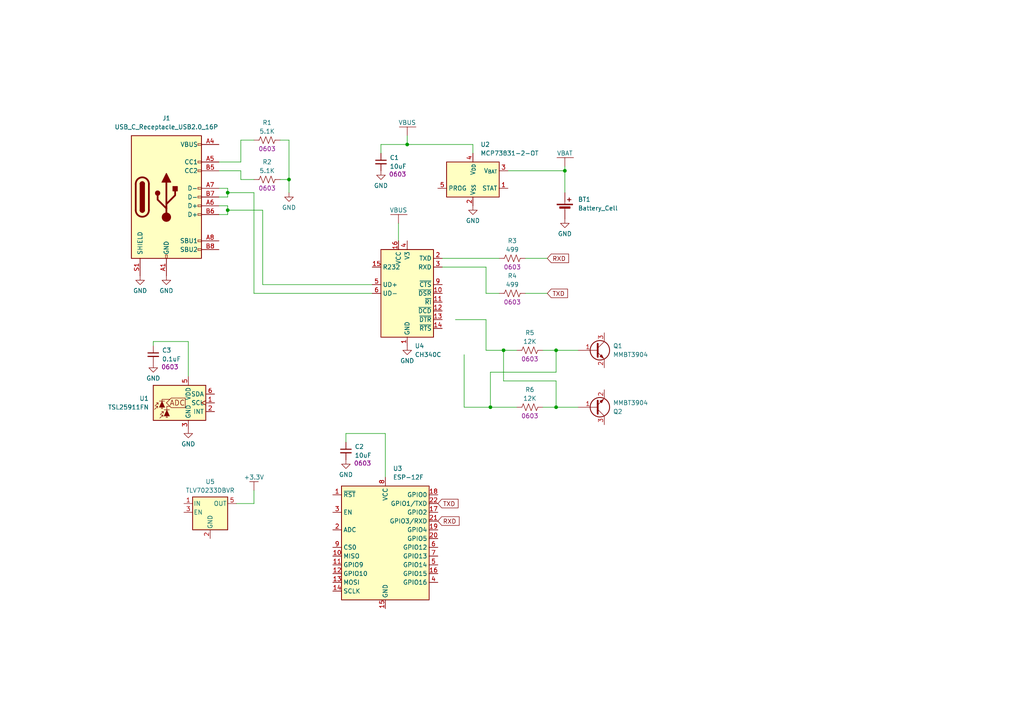
<source format=kicad_sch>
(kicad_sch (version 20231120) (generator "eeschema") (generator_version "8.0")
  (paper "A4")
  (lib_symbols
    (symbol "Battery_Management:MCP73831-2-OT"
      (property "Reference" "U" (at -7.62 6.35 0))
      (property "Value" "MCP73831-2-OT" (at 1.27 6.35 0))
      (symbol "MCP73831-2-OT_0_1"
        (rectangle (start -7.62 5.08) (end 7.62 -5.08) (stroke (width 0.254)) (fill (type background)))
      )
      (symbol "MCP73831-2-OT_1_1"
        (pin tri_state line (at 10.16 -2.54 180) (length 2.54) (name "STAT") (number "1"))
        (pin power_in line (at 0 -7.62 90) (length 2.54) (name "V_{SS}") (number "2"))
        (pin power_out line (at 10.16 2.54 180) (length 2.54) (name "V_{BAT}") (number "3"))
        (pin power_in line (at 0 7.62 270) (length 2.54) (name "V_{DD}") (number "4"))
        (pin input line (at -10.16 -2.54 0) (length 2.54) (name "PROG") (number "5"))
      )
    )
    (symbol "Connector:USB_C_Receptacle_USB2.0_16P" (pin_names (offset 1.016))
      (property "Reference" "J" (at 0 22.225 0))
      (property "Value" "USB_C_Receptacle_USB2.0_16P" (at 0 19.685 0))
      (symbol "USB_C_Receptacle_USB2.0_16P_0_0"
        (rectangle (start -0.254 -17.78) (end 0.254 -16.764))
        (rectangle (start 10.16 -14.986) (end 9.144 -15.494))
        (rectangle (start 10.16 -12.446) (end 9.144 -12.954))
        (rectangle (start 10.16 -4.826) (end 9.144 -5.334))
        (rectangle (start 10.16 -2.286) (end 9.144 -2.794))
        (rectangle (start 10.16 0.254) (end 9.144 -0.254))
        (rectangle (start 10.16 2.794) (end 9.144 2.286))
        (rectangle (start 10.16 7.874) (end 9.144 7.366))
        (rectangle (start 10.16 10.414) (end 9.144 9.906))
        (rectangle (start 10.16 15.494) (end 9.144 14.986))
      )
      (symbol "USB_C_Receptacle_USB2.0_16P_0_1"
        (rectangle (start -10.16 17.78) (end 10.16 -17.78) (stroke (width 0.254)) (fill (type background)))
        (arc (start -8.89 -3.81) (mid -6.985 -5.7067) (end -5.08 -3.81) (stroke (width 0.508)))
        (arc (start -7.62 -3.81) (mid -6.985 -4.4423) (end -6.35 -3.81) (stroke (width 0.254)))
        (arc (start -7.62 -3.81) (mid -6.985 -4.4423) (end -6.35 -3.81) (stroke (width 0.254)) (fill (type outline)))
        (rectangle (start -7.62 -3.81) (end -6.35 3.81) (stroke (width 0.254)) (fill (type outline)))
        (arc (start -6.35 3.81) (mid -6.985 4.4423) (end -7.62 3.81) (stroke (width 0.254)))
        (arc (start -6.35 3.81) (mid -6.985 4.4423) (end -7.62 3.81) (stroke (width 0.254)) (fill (type outline)))
        (arc (start -5.08 3.81) (mid -6.985 5.7067) (end -8.89 3.81) (stroke (width 0.508)))
        (circle (center -2.54 1.143) (radius 0.635) (stroke (width 0.254)) (fill (type outline)))
        (circle (center 0 -5.842) (radius 1.27) (fill (type outline)))
        (polyline (pts (xy -8.89 -3.81) (xy -8.89 3.81)) (stroke (width 0.508)))
        (polyline (pts (xy -5.08 3.81) (xy -5.08 -3.81)) (stroke (width 0.508)))
        (polyline (pts (xy 0 -5.842) (xy 0 4.318)) (stroke (width 0.508)))
        (polyline (pts (xy 0 -3.302) (xy -2.54 -0.762) (xy -2.54 0.508)) (stroke (width 0.508)))
        (polyline (pts (xy 0 -2.032) (xy 2.54 0.508) (xy 2.54 1.778)) (stroke (width 0.508)))
        (polyline (pts (xy -1.27 4.318) (xy 0 6.858) (xy 1.27 4.318) (xy -1.27 4.318)) (stroke (width 0.254)) (fill (type outline)))
        (rectangle (start 1.905 1.778) (end 3.175 3.048) (stroke (width 0.254)) (fill (type outline)))
      )
      (symbol "USB_C_Receptacle_USB2.0_16P_1_1"
        (pin passive line (at 0 -22.86 90) (length 5.08) (name "GND") (number "A1"))
        (pin passive line (at 0 -22.86 90) (length 5.08) hide (name "GND") (number "A12"))
        (pin passive line (at 15.24 15.24 180) (length 5.08) (name "VBUS") (number "A4"))
        (pin bidirectional line (at 15.24 10.16 180) (length 5.08) (name "CC1") (number "A5"))
        (pin bidirectional line (at 15.24 -2.54 180) (length 5.08) (name "D+") (number "A6"))
        (pin bidirectional line (at 15.24 2.54 180) (length 5.08) (name "D-") (number "A7"))
        (pin bidirectional line (at 15.24 -12.7 180) (length 5.08) (name "SBU1") (number "A8"))
        (pin passive line (at 15.24 15.24 180) (length 5.08) hide (name "VBUS") (number "A9"))
        (pin passive line (at 0 -22.86 90) (length 5.08) hide (name "GND") (number "B1"))
        (pin passive line (at 0 -22.86 90) (length 5.08) hide (name "GND") (number "B12"))
        (pin passive line (at 15.24 15.24 180) (length 5.08) hide (name "VBUS") (number "B4"))
        (pin bidirectional line (at 15.24 7.62 180) (length 5.08) (name "CC2") (number "B5"))
        (pin bidirectional line (at 15.24 -5.08 180) (length 5.08) (name "D+") (number "B6"))
        (pin bidirectional line (at 15.24 0 180) (length 5.08) (name "D-") (number "B7"))
        (pin bidirectional line (at 15.24 -15.24 180) (length 5.08) (name "SBU2") (number "B8"))
        (pin passive line (at 15.24 15.24 180) (length 5.08) hide (name "VBUS") (number "B9"))
        (pin passive line (at -7.62 -22.86 90) (length 5.08) (name "SHIELD") (number "S1"))
      )
    )
    (symbol "Device:Battery_Cell" (pin_numbers hide) (pin_names (offset 0) hide)
      (property "Reference" "BT" (at 2.54 2.54 0))
      (property "Value" "Battery_Cell" (at 2.54 0 0))
      (symbol "Battery_Cell_0_1"
        (rectangle (start -2.286 1.778) (end 2.286 1.524) (fill (type outline)))
        (rectangle (start -1.524 1.016) (end 1.524 0.508) (fill (type outline)))
        (polyline (pts (xy 0 0.762) (xy 0 0)))
        (polyline (pts (xy 0 1.778) (xy 0 2.54)))
        (polyline (pts (xy 0.762 3.048) (xy 1.778 3.048)) (stroke (width 0.254)))
        (polyline (pts (xy 1.27 3.556) (xy 1.27 2.54)) (stroke (width 0.254)))
      )
      (symbol "Battery_Cell_1_1"
        (pin passive line (at 0 5.08 270) (length 2.54) (name "+") (number "1"))
        (pin passive line (at 0 -2.54 90) (length 2.54) (name "-") (number "2"))
      )
    )
    (symbol "Device:C_Small" (pin_numbers hide) (pin_names (offset 0.254) hide)
      (property "Reference" "C" (at 0.254 1.778 0))
      (property "Value" "C_Small" (at 0.254 -2.032 0))
      (symbol "C_Small_0_1"
        (polyline (pts (xy -1.524 -0.508) (xy 1.524 -0.508)) (stroke (width 0.3302)))
        (polyline (pts (xy -1.524 0.508) (xy 1.524 0.508)) (stroke (width 0.3048)))
      )
      (symbol "C_Small_1_1"
        (pin passive line (at 0 2.54 270) (length 2.032) (name "~") (number "1"))
        (pin passive line (at 0 -2.54 90) (length 2.032) (name "~") (number "2"))
      )
    )
    (symbol "Device:R_US" (pin_numbers hide) (pin_names (offset 0))
      (property "Reference" "R" (at 2.54 0 90))
      (property "Value" "R_US" (at -2.54 0 90))
      (symbol "R_US_0_1"
        (polyline (pts (xy 0 -2.286) (xy 0 -2.54)))
        (polyline (pts (xy 0 2.286) (xy 0 2.54)))
        (polyline (pts (xy 0 -0.762) (xy 1.016 -1.143) (xy 0 -1.524) (xy -1.016 -1.905) (xy 0 -2.286)))
        (polyline (pts (xy 0 0.762) (xy 1.016 0.381) (xy 0 0) (xy -1.016 -0.381) (xy 0 -0.762)))
        (polyline (pts (xy 0 2.286) (xy 1.016 1.905) (xy 0 1.524) (xy -1.016 1.143) (xy 0 0.762)))
      )
      (symbol "R_US_1_1"
        (pin passive line (at 0 3.81 270) (length 1.27) (name "~") (number "1"))
        (pin passive line (at 0 -3.81 90) (length 1.27) (name "~") (number "2"))
      )
    )
    (symbol "Interface_USB:CH340C"
      (property "Reference" "U" (at -5.08 13.97 0))
      (property "Value" "CH340C" (at 1.27 13.97 0))
      (symbol "CH340C_0_1"
        (rectangle (start -7.62 12.7) (end 7.62 -12.7) (stroke (width 0.254)) (fill (type background)))
      )
      (symbol "CH340C_1_1"
        (pin power_in line (at 0 -15.24 90) (length 2.54) (name "GND") (number "1"))
        (pin input line (at 10.16 0 180) (length 2.54) (name "~{DSR}") (number "10"))
        (pin input line (at 10.16 -2.54 180) (length 2.54) (name "~{RI}") (number "11"))
        (pin input line (at 10.16 -5.08 180) (length 2.54) (name "~{DCD}") (number "12"))
        (pin output line (at 10.16 -7.62 180) (length 2.54) (name "~{DTR}") (number "13"))
        (pin output line (at 10.16 -10.16 180) (length 2.54) (name "~{RTS}") (number "14"))
        (pin input line (at -10.16 7.62 0) (length 2.54) (name "R232") (number "15"))
        (pin power_in line (at -2.54 15.24 270) (length 2.54) (name "VCC") (number "16"))
        (pin output line (at 10.16 10.16 180) (length 2.54) (name "TXD") (number "2"))
        (pin input line (at 10.16 7.62 180) (length 2.54) (name "RXD") (number "3"))
        (pin power_out line (at 0 15.24 270) (length 2.54) (name "V3") (number "4"))
        (pin bidirectional line (at -10.16 2.54 0) (length 2.54) (name "UD+") (number "5"))
        (pin bidirectional line (at -10.16 0 0) (length 2.54) (name "UD-") (number "6"))
        (pin no_connect line (at -7.62 -5.08 0) (length 2.54) hide (name "NC") (number "7"))
        (pin no_connect line (at -7.62 -7.62 0) (length 2.54) hide (name "NC") (number "8"))
        (pin input line (at 10.16 2.54 180) (length 2.54) (name "~{CTS}") (number "9"))
      )
    )
    (symbol "RF_Module:ESP-12F"
      (property "Reference" "U" (at -12.7 19.05 0))
      (property "Value" "ESP-12F" (at 12.7 19.05 0))
      (symbol "ESP-12F_0_1"
        (rectangle (start -12.7 17.78) (end 12.7 -15.24) (stroke (width 0.254)) (fill (type background)))
      )
      (symbol "ESP-12F_1_1"
        (pin input line (at -15.24 15.24 0) (length 2.54) (name "~{RST}") (number "1"))
        (pin bidirectional line (at -15.24 -2.54 0) (length 2.54) (name "MISO") (number "10"))
        (pin bidirectional line (at -15.24 -5.08 0) (length 2.54) (name "GPIO9") (number "11"))
        (pin bidirectional line (at -15.24 -7.62 0) (length 2.54) (name "GPIO10") (number "12"))
        (pin bidirectional line (at -15.24 -10.16 0) (length 2.54) (name "MOSI") (number "13"))
        (pin bidirectional line (at -15.24 -12.7 0) (length 2.54) (name "SCLK") (number "14"))
        (pin power_in line (at 0 -17.78 90) (length 2.54) (name "GND") (number "15"))
        (pin bidirectional line (at 15.24 -7.62 180) (length 2.54) (name "GPIO15") (number "16"))
        (pin bidirectional line (at 15.24 10.16 180) (length 2.54) (name "GPIO2") (number "17"))
        (pin bidirectional line (at 15.24 15.24 180) (length 2.54) (name "GPIO0") (number "18"))
        (pin bidirectional line (at 15.24 5.08 180) (length 2.54) (name "GPIO4") (number "19"))
        (pin input line (at -15.24 5.08 0) (length 2.54) (name "ADC") (number "2"))
        (pin bidirectional line (at 15.24 2.54 180) (length 2.54) (name "GPIO5") (number "20"))
        (pin bidirectional line (at 15.24 7.62 180) (length 2.54) (name "GPIO3/RXD") (number "21"))
        (pin bidirectional line (at 15.24 12.7 180) (length 2.54) (name "GPIO1/TXD") (number "22"))
        (pin input line (at -15.24 10.16 0) (length 2.54) (name "EN") (number "3"))
        (pin bidirectional line (at 15.24 -10.16 180) (length 2.54) (name "GPIO16") (number "4"))
        (pin bidirectional line (at 15.24 -5.08 180) (length 2.54) (name "GPIO14") (number "5"))
        (pin bidirectional line (at 15.24 0 180) (length 2.54) (name "GPIO12") (number "6"))
        (pin bidirectional line (at 15.24 -2.54 180) (length 2.54) (name "GPIO13") (number "7"))
        (pin power_in line (at 0 20.32 270) (length 2.54) (name "VCC") (number "8"))
        (pin input line (at -15.24 0 0) (length 2.54) (name "CS0") (number "9"))
      )
    )
    (symbol "Regulator_Linear:TLV70233_SOT23-5" (pin_names (offset 0.254))
      (property "Reference" "U" (at -3.81 5.715 0))
      (property "Value" "TLV70233_SOT23-5" (at 0 5.715 0))
      (symbol "TLV70233_SOT23-5_0_1"
        (rectangle (start -5.08 4.445) (end 5.08 -5.08) (stroke (width 0.254)) (fill (type background)))
      )
      (symbol "TLV70233_SOT23-5_1_1"
        (pin power_in line (at -7.62 2.54 0) (length 2.54) (name "IN") (number "1"))
        (pin power_in line (at 0 -7.62 90) (length 2.54) (name "GND") (number "2"))
        (pin input line (at -7.62 0 0) (length 2.54) (name "EN") (number "3"))
        (pin no_connect line (at 5.08 0 180) (length 2.54) hide (name "NC") (number "4"))
        (pin power_out line (at 7.62 2.54 180) (length 2.54) (name "OUT") (number "5"))
      )
    )
    (symbol "Sensor_Optical:TSL25911FN"
      (property "Reference" "U" (at -7.62 6.35 0))
      (property "Value" "TSL25911FN" (at 0 -6.35 0))
      (symbol "TSL25911FN_0_0"
        (text "ADC" (at -0.635 0 0) (effects (font (size 1.524 1.524))))
      )
      (symbol "TSL25911FN_0_1"
        (polyline (pts (xy -6.35 -1.016) (xy -7.239 -1.905)))
        (polyline (pts (xy -6.35 -1.016) (xy -6.858 -1.016)))
        (polyline (pts (xy -6.35 -1.016) (xy -6.35 -1.524)))
        (polyline (pts (xy -6.223 0) (xy -7.112 -0.889)))
        (polyline (pts (xy -6.223 0) (xy -6.731 0)))
        (polyline (pts (xy -6.223 0) (xy -6.223 -0.508)))
        (polyline (pts (xy -4.826 -3.556) (xy -5.715 -4.445)))
        (polyline (pts (xy -4.826 -3.556) (xy -5.334 -3.556)))
        (polyline (pts (xy -4.826 -3.556) (xy -4.826 -4.064)))
        (polyline (pts (xy -4.699 -2.54) (xy -5.588 -3.429)))
        (polyline (pts (xy -4.699 -2.54) (xy -5.207 -2.54)))
        (polyline (pts (xy -4.699 -2.54) (xy -4.699 -3.048)))
        (polyline (pts (xy -4.318 0.508) (xy -5.842 0.508)))
        (polyline (pts (xy -2.921 -2.032) (xy -4.445 -2.032)))
        (polyline (pts (xy -4.318 -1.27) (xy -5.842 -1.27) (xy -5.08 0.381) (xy -4.318 -1.27)) (fill (type outline)))
        (polyline (pts (xy -2.921 -3.81) (xy -4.445 -3.81) (xy -3.683 -2.159) (xy -2.921 -3.81)) (fill (type outline)))
      )
      (symbol "TSL25911FN_1_0"
        (polyline (pts (xy -3.81 0) (xy -2.413 -1.397) (xy 1.651 -1.397) (xy 1.651 0)))
        (polyline (pts (xy -3.81 0) (xy -2.413 1.397) (xy 1.651 1.397) (xy 1.651 0)))
      )
      (symbol "TSL25911FN_1_1"
        (rectangle (start -7.62 5.08) (end 7.62 -5.08) (stroke (width 0.254)) (fill (type background)))
        (polyline (pts (xy -4.826 -1.651) (xy -5.334 -1.651)))
        (polyline (pts (xy -3.429 -4.191) (xy -3.937 -4.191)))
        (polyline (pts (xy -5.08 -1.524) (xy -5.08 1.016) (xy -2.794 1.016)))
        (polyline (pts (xy -3.683 -4.064) (xy -3.683 -1.016) (xy -2.794 -1.016)))
        (pin input clock (at 10.16 0 180) (length 2.54) (name "SCL") (number "1"))
        (pin open_collector line (at 10.16 -2.54 180) (length 2.54) (name "INT") (number "2"))
        (pin power_in line (at 2.54 -7.62 90) (length 2.54) (name "GND") (number "3"))
        (pin no_connect line (at -7.62 2.54 0) (length 2.54) hide (name "NC") (number "4"))
        (pin power_in line (at 2.54 7.62 270) (length 2.54) (name "VDD") (number "5"))
        (pin bidirectional line (at 10.16 2.54 180) (length 2.54) (name "SDA") (number "6"))
      )
    )
    (symbol "Transistor_BJT:MMBT3904" (pin_names (offset 0) hide)
      (property "Reference" "Q" (at 5.08 1.905 0))
      (property "Value" "MMBT3904" (at 5.08 0 0))
      (symbol "MMBT3904_0_1"
        (polyline (pts (xy 0.635 0.635) (xy 2.54 2.54)))
        (polyline (pts (xy 0.635 -0.635) (xy 2.54 -2.54) (xy 2.54 -2.54)))
        (polyline (pts (xy 0.635 1.905) (xy 0.635 -1.905) (xy 0.635 -1.905)) (stroke (width 0.508)))
        (polyline (pts (xy 1.27 -1.778) (xy 1.778 -1.27) (xy 2.286 -2.286) (xy 1.27 -1.778) (xy 1.27 -1.778)) (fill (type outline)))
        (circle (center 1.27 0) (radius 2.8194) (stroke (width 0.254)))
      )
      (symbol "MMBT3904_1_1"
        (pin input line (at -5.08 0 0) (length 5.715) (name "B") (number "1"))
        (pin passive line (at 2.54 -5.08 90) (length 2.54) (name "E") (number "2"))
        (pin passive line (at 2.54 5.08 270) (length 2.54) (name "C") (number "3"))
      )
    )
    (symbol "jannett_symbols:+3.3V" (power) (pin_names (offset 0))
      (property "Value" "+3.3V" (at 0 3.81 0))
      (symbol "+3.3V_0_1"
        (polyline (pts (xy -1.27 2.54) (xy 1.27 2.54)))
        (polyline (pts (xy 0 0) (xy 0 2.54)))
      )
      (symbol "+3.3V_1_1"
        (pin power_in line (at 0 0 90) (length 0) hide (name "+3.3V") (number "1"))
      )
    )
    (symbol "jannett_symbols:VBAT" (power) (pin_names (offset 0))
      (property "Value" "VBAT" (at 0 3.81 0))
      (symbol "VBAT_0_1"
        (polyline (pts (xy -2.286 2.54) (xy 2.54 2.54)))
        (polyline (pts (xy 0 0) (xy 0 2.54)))
      )
      (symbol "VBAT_1_1"
        (pin power_in line (at 0 0 90) (length 0) hide (name "VBAT") (number "1"))
      )
    )
    (symbol "jannett_symbols:VBUS" (power) (pin_names (offset 0))
      (property "Value" "VBUS" (at 0 3.81 0))
      (symbol "VBUS_0_1"
        (polyline (pts (xy -2.286 2.54) (xy 2.54 2.54)))
        (polyline (pts (xy 0 0) (xy 0 2.54)))
      )
      (symbol "VBUS_1_1"
        (pin power_in line (at 0 0 90) (length 0) hide (name "VBUS") (number "1"))
      )
    )
    (symbol "power:GND" (power) (pin_names (offset 0))
      (property "Value" "GND" (at 0 -3.81 0))
      (symbol "GND_0_1"
        (polyline (pts (xy 0 0) (xy 0 -1.27) (xy 1.27 -1.27) (xy 0 -2.54) (xy -1.27 -1.27) (xy 0 -1.27)))
      )
      (symbol "GND_1_1"
        (pin power_in line (at 0 0 270) (length 0) hide (name "GND") (number "1"))
      )
    )
  )
  (junction (at 118.11 41.91))
  (junction (at 66.04 60.96))
  (junction (at 83.82 52.07))
  (junction (at 66.04 55.88))
  (junction (at 161.29 118.11))
  (junction (at 161.29 101.6))
  (junction (at 146.05 101.6))
  (junction (at 163.83 49.53))
  (junction (at 142.24 118.11))
  (wire (pts (xy 152.4 74.93) (xy 158.75 74.93)))
  (wire (pts (xy 142.24 107.95) (xy 161.29 107.95)))
  (wire (pts (xy 73.66 146.05) (xy 73.66 142.24)))
  (wire (pts (xy 63.5 62.23) (xy 66.04 62.23)))
  (wire (pts (xy 69.85 40.64) (xy 73.66 40.64)))
  (wire (pts (xy 161.29 110.49) (xy 146.05 110.49)))
  (wire (pts (xy 66.04 55.88) (xy 66.04 57.15)))
  (wire (pts (xy 66.04 60.96) (xy 66.04 62.23)))
  (wire (pts (xy 161.29 118.11) (xy 161.29 110.49)))
  (wire (pts (xy 146.05 101.6) (xy 149.86 101.6)))
  (wire (pts (xy 83.82 52.07) (xy 83.82 55.88)))
  (wire (pts (xy 110.49 41.91) (xy 110.49 44.45)))
  (wire (pts (xy 100.33 128.27) (xy 100.33 125.73)))
  (wire (pts (xy 142.24 118.11) (xy 134.62 118.11)))
  (wire (pts (xy 76.2 60.96) (xy 66.04 60.96)))
  (wire (pts (xy 107.95 82.55) (xy 76.2 82.55)))
  (wire (pts (xy 83.82 40.64) (xy 83.82 52.07)))
  (wire (pts (xy 140.97 85.09) (xy 144.78 85.09)))
  (wire (pts (xy 147.32 49.53) (xy 163.83 49.53)))
  (wire (pts (xy 118.11 39.37) (xy 118.11 41.91)))
  (wire (pts (xy 111.76 125.73) (xy 111.76 138.43)))
  (wire (pts (xy 44.45 100.33) (xy 44.45 99.06)))
  (wire (pts (xy 140.97 101.6) (xy 140.97 92.71)))
  (wire (pts (xy 68.58 146.05) (xy 73.66 146.05)))
  (wire (pts (xy 132.08 92.71) (xy 140.97 92.71)))
  (wire (pts (xy 110.49 41.91) (xy 118.11 41.91)))
  (wire (pts (xy 146.05 110.49) (xy 146.05 101.6)))
  (wire (pts (xy 63.5 49.53) (xy 69.85 49.53)))
  (wire (pts (xy 163.83 49.53) (xy 163.83 48.26)))
  (wire (pts (xy 83.82 52.07) (xy 81.28 52.07)))
  (wire (pts (xy 66.04 55.88) (xy 73.66 55.88)))
  (wire (pts (xy 163.83 49.53) (xy 163.83 55.88)))
  (wire (pts (xy 100.33 125.73) (xy 111.76 125.73)))
  (wire (pts (xy 73.66 85.09) (xy 107.95 85.09)))
  (wire (pts (xy 142.24 107.95) (xy 142.24 118.11)))
  (wire (pts (xy 118.11 41.91) (xy 137.16 41.91)))
  (wire (pts (xy 142.24 118.11) (xy 149.86 118.11)))
  (wire (pts (xy 69.85 46.99) (xy 69.85 40.64)))
  (wire (pts (xy 134.62 102.87) (xy 134.62 118.11)))
  (wire (pts (xy 66.04 54.61) (xy 66.04 55.88)))
  (wire (pts (xy 69.85 49.53) (xy 69.85 52.07)))
  (wire (pts (xy 137.16 41.91) (xy 137.16 44.45)))
  (wire (pts (xy 63.5 54.61) (xy 66.04 54.61)))
  (wire (pts (xy 76.2 82.55) (xy 76.2 60.96)))
  (wire (pts (xy 152.4 85.09) (xy 158.75 85.09)))
  (wire (pts (xy 128.27 77.47) (xy 140.97 77.47)))
  (wire (pts (xy 115.57 64.77) (xy 115.57 69.85)))
  (wire (pts (xy 161.29 101.6) (xy 167.64 101.6)))
  (wire (pts (xy 161.29 118.11) (xy 167.64 118.11)))
  (wire (pts (xy 157.48 118.11) (xy 161.29 118.11)))
  (wire (pts (xy 73.66 55.88) (xy 73.66 85.09)))
  (wire (pts (xy 140.97 77.47) (xy 140.97 85.09)))
  (wire (pts (xy 128.27 74.93) (xy 144.78 74.93)))
  (wire (pts (xy 69.85 52.07) (xy 73.66 52.07)))
  (wire (pts (xy 63.5 46.99) (xy 69.85 46.99)))
  (wire (pts (xy 54.61 99.06) (xy 54.61 109.22)))
  (wire (pts (xy 66.04 59.69) (xy 66.04 60.96)))
  (wire (pts (xy 157.48 101.6) (xy 161.29 101.6)))
  (wire (pts (xy 44.45 99.06) (xy 54.61 99.06)))
  (wire (pts (xy 161.29 101.6) (xy 161.29 107.95)))
  (wire (pts (xy 81.28 40.64) (xy 83.82 40.64)))
  (wire (pts (xy 140.97 101.6) (xy 146.05 101.6)))
  (wire (pts (xy 63.5 59.69) (xy 66.04 59.69)))
  (wire (pts (xy 66.04 57.15) (xy 63.5 57.15)))
  (global_label "TXD" (shape input) (at 158.75 85.09 0) (property "Intersheetrefs" "${INTERSHEET_REFS}" (effects (hide yes))))
  (global_label "TXD" (shape input) (at 127 146.05 0) (property "Intersheetrefs" "${INTERSHEET_REFS}" (effects (hide yes))))
  (global_label "RXD" (shape input) (at 127 151.13 0) (property "Intersheetrefs" "${INTERSHEET_REFS}" (effects (hide yes))))
  (global_label "RXD" (shape input) (at 158.75 74.93 0) (property "Intersheetrefs" "${INTERSHEET_REFS}" (effects (hide yes))))
  (symbol (lib_id "Device:C_Small") (at 100.33 130.81 0) (unit 1)
    (property "Reference" "C2" (at 102.87 129.5463 0) (effects (justify left)))
    (property "Value" "10uF" (at 102.87 132.0863 0) (effects (justify left)))
    (property "Footprint" "Capacitor_SMD:C_0603_1608Metric" (effects (hide yes)))
    (property "Package" "0603" (at 105.156 134.366 0))
  )
  (symbol (lib_id "Device:C_Small") (at 110.49 46.99 0) (unit 1)
    (property "Reference" "C1" (at 113.03 45.7263 0) (effects (justify left)))
    (property "Value" "10uF" (at 113.03 48.2663 0) (effects (justify left)))
    (property "Footprint" "Capacitor_SMD:C_0603_1608Metric" (effects (hide yes)))
    (property "Package" "0603" (at 115.316 50.546 0))
  )
  (symbol (lib_id "Connector:USB_C_Receptacle_USB2.0_16P") (at 48.26 57.15 0) (unit 1)
    (property "Reference" "J1" (at 48.26 34.29 0))
    (property "Value" "USB_C_Receptacle_USB2.0_16P" (at 48.26 36.83 0))
    (property "Footprint" "Connector_USB:USB_C_Receptacle_GCT_USB4110" (effects (hide yes)))
    (property "Datasheet" "https://www.usb.org/sites/default/files/documents/usb_type-c.zip" (effects (hide yes)))
    (property "Description" "USB 2.0-only 16P Type-C Receptacle connector" (effects (hide yes)))
  )
  (symbol (lib_id "power:GND") (at 100.33 133.35 0) (unit 1)
    (property "Reference" "#PWR012" (effects (hide yes)))
    (property "Value" "GND" (at 100.33 137.668 0))
  )
  (symbol (lib_id "power:GND") (at 44.45 105.41 0) (unit 1)
    (property "Reference" "#PWR013" (effects (hide yes)))
    (property "Value" "GND" (at 44.45 109.728 0))
  )
  (symbol (lib_id "jannett_symbols:VBUS") (at 118.11 39.37 0) (unit 1)
    (property "Reference" "#PWR05" (effects (hide yes)))
    (property "Value" "VBUS" (at 118.11 35.56 0))
    (property "Description" "Power symbol creates a global label with name \"VBUS\"" (effects (hide yes)))
  )
  (symbol (lib_id "power:GND") (at 40.64 80.01 0) (unit 1)
    (property "Reference" "#PWR02" (effects (hide yes)))
    (property "Value" "GND" (at 40.64 84.328 0))
  )
  (symbol (lib_id "power:GND") (at 54.61 124.46 0) (unit 1)
    (property "Reference" "#PWR014" (effects (hide yes)))
    (property "Value" "GND" (at 54.61 128.778 0))
  )
  (symbol (lib_id "Device:R_US") (at 148.59 74.93 90) (unit 1)
    (property "Reference" "R3" (at 148.59 69.85 90))
    (property "Value" "499" (at 148.59 72.39 90))
    (property "Footprint" "Resistor_SMD:R_0603_1608Metric" (effects (hide yes)))
    (property "Package" "0603" (at 148.59 77.47 90))
  )
  (symbol (lib_id "RF_Module:ESP-12F") (at 111.76 158.75 0) (unit 1)
    (property "Reference" "U3" (at 113.9541 135.89 0) (effects (justify left)))
    (property "Value" "ESP-12F" (at 113.9541 138.43 0) (effects (justify left)))
    (property "Footprint" "RF_Module:ESP-12E" (effects (hide yes)))
    (property "Datasheet" "http://wiki.ai-thinker.com/_media/esp8266/esp8266_series_modules_user_manual_v1.1.pdf" (effects (hide yes)))
    (property "Description" "802.11 b/g/n Wi-Fi Module" (effects (hide yes)))
  )
  (symbol (lib_id "jannett_symbols:VBUS") (at 115.57 64.77 0) (unit 1)
    (property "Reference" "#PWR010" (effects (hide yes)))
    (property "Value" "VBUS" (at 115.57 60.96 0))
    (property "Description" "Power symbol creates a global label with name \"VBUS\"" (effects (hide yes)))
  )
  (symbol (lib_id "Device:R_US") (at 77.47 52.07 90) (unit 1)
    (property "Reference" "R2" (at 77.47 46.99 90))
    (property "Value" "5.1K" (at 77.47 49.53 90))
    (property "Footprint" "Resistor_SMD:R_0603_1608Metric" (effects (hide yes)))
    (property "Package" "0603" (at 77.47 54.61 90))
  )
  (symbol (lib_id "power:GND") (at 118.11 100.33 0) (unit 1)
    (property "Reference" "#PWR011" (effects (hide yes)))
    (property "Value" "GND" (at 118.11 104.648 0))
  )
  (symbol (lib_id "Sensor_Optical:TSL25911FN") (at 52.07 116.84 0) (unit 1)
    (property "Reference" "U1" (at 43.18 115.5699 0) (effects (justify right)))
    (property "Value" "TSL25911FN" (at 43.18 118.1099 0) (effects (justify right)))
    (property "Footprint" "OptoDevice:AMS_TSL25911FN" (effects (hide yes)))
    (property "Datasheet" "https://ams.com/documents/20143/9331680/TSL2591_DS000338_7-00.pdf" (effects (hide yes)))
    (property "Description" "Light to digital converter, 2.7 to 3.6V Vdd, DFN-6" (effects (hide yes)))
  )
  (symbol (lib_id "jannett_symbols:+3.3V") (at 73.66 142.24 0) (unit 1)
    (property "Reference" "#PWR07" (effects (hide yes)))
    (property "Value" "+3.3V" (at 73.66 138.43 0))
    (property "Description" "Power symbol creates a global label with name \"+3.3V\"" (effects (hide yes)))
  )
  (symbol (lib_id "Battery_Management:MCP73831-2-OT") (at 137.16 52.07 0) (unit 1)
    (property "Reference" "U2" (at 139.3541 41.91 0) (effects (justify left)))
    (property "Value" "MCP73831-2-OT" (at 139.3541 44.45 0) (effects (justify left)))
    (property "Footprint" "Package_TO_SOT_SMD:SOT-23-5" (effects (hide yes)))
    (property "Datasheet" "http://ww1.microchip.com/downloads/en/DeviceDoc/20001984g.pdf" (effects (hide yes)))
    (property "Description" "Single cell, Li-Ion/Li-Po charge management controller, 4.20V, Tri-State Status Output, in SOT23-5 package" (effects (hide yes)))
  )
  (symbol (lib_id "Device:C_Small") (at 44.45 102.87 0) (unit 1)
    (property "Reference" "C3" (at 46.99 101.6063 0) (effects (justify left)))
    (property "Value" "0.1uF" (at 46.99 104.1463 0) (effects (justify left)))
    (property "Footprint" "Capacitor_SMD:C_0603_1608Metric" (effects (hide yes)))
    (property "Package" "0603" (at 49.276 106.426 0))
  )
  (symbol (lib_id "Device:R_US") (at 148.59 85.09 90) (unit 1)
    (property "Reference" "R4" (at 148.59 80.01 90))
    (property "Value" "499" (at 148.59 82.55 90))
    (property "Footprint" "Resistor_SMD:R_0603_1608Metric" (effects (hide yes)))
    (property "Package" "0603" (at 148.59 87.63 90))
  )
  (symbol (lib_id "jannett_symbols:VBAT") (at 163.83 48.26 0) (unit 1)
    (property "Reference" "#PWR08" (effects (hide yes)))
    (property "Value" "VBAT" (at 163.83 44.45 0))
    (property "Description" "Power symbol creates a global label with name \"VBAT\"" (effects (hide yes)))
  )
  (symbol (lib_id "power:GND") (at 163.83 63.5 0) (unit 1)
    (property "Reference" "#PWR09" (effects (hide yes)))
    (property "Value" "GND" (at 163.83 67.818 0))
  )
  (symbol (lib_id "power:GND") (at 83.82 55.88 0) (unit 1)
    (property "Reference" "#PWR01" (effects (hide yes)))
    (property "Value" "GND" (at 83.82 60.198 0))
  )
  (symbol (lib_id "Interface_USB:CH340C") (at 118.11 85.09 0) (unit 1)
    (property "Reference" "U4" (at 120.3041 100.33 0) (effects (justify left)))
    (property "Value" "CH340C" (at 120.3041 102.87 0) (effects (justify left)))
    (property "Footprint" "Package_SO:SOIC-16_3.9x9.9mm_P1.27mm" (effects (hide yes)))
    (property "Datasheet" "https://datasheet.lcsc.com/szlcsc/Jiangsu-Qin-Heng-CH340C_C84681.pdf" (effects (hide yes)))
    (property "Description" "USB serial converter, crystal-less, UART, SOIC-16" (effects (hide yes)))
  )
  (symbol (lib_id "Device:R_US") (at 153.67 101.6 90) (unit 1)
    (property "Reference" "R5" (at 153.67 96.52 90))
    (property "Value" "12K" (at 153.67 99.06 90))
    (property "Footprint" "Resistor_SMD:R_0603_1608Metric" (effects (hide yes)))
    (property "Package" "0603" (at 153.67 104.14 90))
  )
  (symbol (lib_id "Transistor_BJT:MMBT3904") (at 172.72 101.6 0) (unit 1)
    (property "Reference" "Q1" (at 177.8 100.3299 0) (effects (justify left)))
    (property "Value" "MMBT3904" (at 177.8 102.8699 0) (effects (justify left)))
    (property "Footprint" "Package_TO_SOT_SMD:SOT-23" (effects (hide yes)))
    (property "Datasheet" "https://www.onsemi.com/pdf/datasheet/pzt3904-d.pdf" (effects (hide yes)))
    (property "Description" "0.2A Ic, 40V Vce, Small Signal NPN Transistor, SOT-23" (effects (hide yes)))
  )
  (symbol (lib_id "power:GND") (at 110.49 49.53 0) (unit 1)
    (property "Reference" "#PWR04" (effects (hide yes)))
    (property "Value" "GND" (at 110.49 53.848 0))
  )
  (symbol (lib_id "Device:Battery_Cell") (at 163.83 60.96 0) (unit 1)
    (property "Reference" "BT1" (at 167.64 57.8484 0) (effects (justify left)))
    (property "Value" "Battery_Cell" (at 167.64 60.3884 0) (effects (justify left)))
    (property "Description" "Single-cell battery" (effects (hide yes)))
  )
  (symbol (lib_id "Transistor_BJT:MMBT3904") (at 172.72 118.11 0) (mirror x) (unit 1)
    (property "Reference" "Q2" (at 177.8 119.3801 0) (effects (justify left)))
    (property "Value" "MMBT3904" (at 177.8 116.8401 0) (effects (justify left)))
    (property "Footprint" "Package_TO_SOT_SMD:SOT-23" (effects (hide yes)))
    (property "Datasheet" "https://www.onsemi.com/pdf/datasheet/pzt3904-d.pdf" (effects (hide yes)))
    (property "Description" "0.2A Ic, 40V Vce, Small Signal NPN Transistor, SOT-23" (effects (hide yes)))
  )
  (symbol (lib_id "Device:R_US") (at 77.47 40.64 90) (unit 1)
    (property "Reference" "R1" (at 77.47 35.56 90))
    (property "Value" "5.1K" (at 77.47 38.1 90))
    (property "Footprint" "Resistor_SMD:R_0603_1608Metric" (effects (hide yes)))
    (property "Package" "0603" (at 77.47 43.18 90))
  )
  (symbol (lib_id "power:GND") (at 137.16 59.69 0) (unit 1)
    (property "Reference" "#PWR06" (effects (hide yes)))
    (property "Value" "GND" (at 137.16 64.008 0))
  )
  (symbol (lib_id "Device:R_US") (at 153.67 118.11 90) (unit 1)
    (property "Reference" "R6" (at 153.67 113.03 90))
    (property "Value" "12K" (at 153.67 115.57 90))
    (property "Footprint" "Resistor_SMD:R_0603_1608Metric" (effects (hide yes)))
    (property "Package" "0603" (at 153.67 120.65 90))
  )
  (symbol (lib_id "Regulator_Linear:TLV70233_SOT23-5") (at 60.96 148.59 0) (unit 1)
    (property "Reference" "U5" (at 60.96 139.7 0))
    (property "Value" "TLV70233DBVR" (at 60.96 142.24 0))
    (property "Footprint" "Package_TO_SOT_SMD:SOT-23-5" (effects (hide yes)))
    (property "Datasheet" "http://www.ti.com/lit/ds/symlink/tlv702.pdf" (effects (hide yes)))
  )
  (symbol (lib_id "power:GND") (at 48.26 80.01 0) (unit 1)
    (property "Reference" "#PWR03" (effects (hide yes)))
    (property "Value" "GND" (at 48.26 84.328 0))
  )
)
</source>
